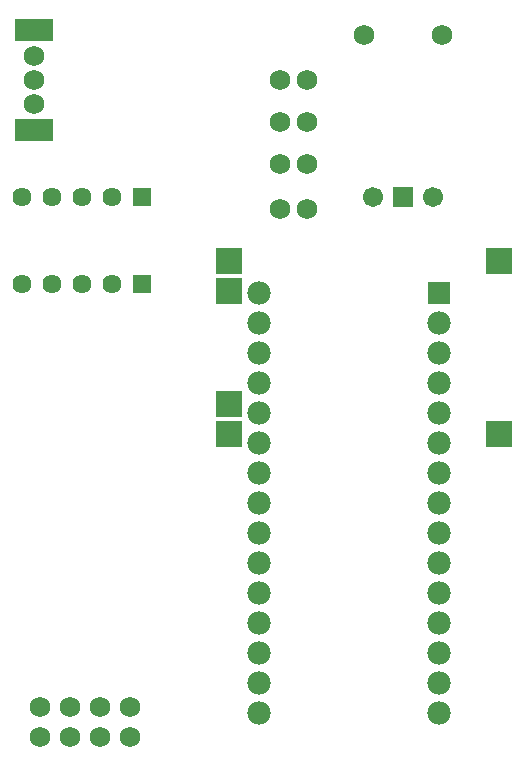
<source format=gbs>
G04 ---------------------------- Layer name :BOTTOM SOLDER LAYER*
G04 EasyEDA v5.6.15, Mon, 30 Jul 2018 20:20:11 GMT*
G04 7679f8372ec74d379c0269816b79f434*
G04 Gerber Generator version 0.2*
G04 Scale: 100 percent, Rotated: No, Reflected: No *
G04 Dimensions in inches *
G04 leading zeros omitted , absolute positions ,2 integer and 4 decimal *
%FSLAX24Y24*%
%MOIN*%
G90*
G70D02*

%ADD27R,0.078000X0.078000*%
%ADD28C,0.078000*%
%ADD29R,0.063700X0.063700*%
%ADD30C,0.063700*%
%ADD31R,0.086740X0.086740*%
%ADD32C,0.067000*%
%ADD33R,0.067000X0.067000*%
%ADD34C,0.068000*%
%ADD35R,0.128000X0.078000*%
%ADD36R,0.008000X0.008000*%

%LPD*%
G54D27*
G01X15800Y17900D03*
G54D28*
G01X15800Y16900D03*
G01X15800Y15900D03*
G01X15800Y14900D03*
G01X15800Y13900D03*
G01X15800Y12900D03*
G01X15800Y11900D03*
G01X15800Y10900D03*
G01X15800Y9900D03*
G01X15800Y8900D03*
G01X15800Y7900D03*
G01X15800Y6900D03*
G01X15800Y5900D03*
G01X15800Y4900D03*
G01X15800Y3900D03*
G01X9800Y17900D03*
G01X9800Y16900D03*
G01X9800Y15900D03*
G01X9800Y14900D03*
G01X9800Y13900D03*
G01X9800Y12900D03*
G01X9800Y11900D03*
G01X9800Y10900D03*
G01X9800Y9900D03*
G01X9800Y8900D03*
G01X9800Y7900D03*
G01X9800Y6900D03*
G01X9800Y5900D03*
G01X9800Y4900D03*
G01X9800Y3900D03*
G54D29*
G01X5900Y21100D03*
G54D30*
G01X4900Y21100D03*
G01X3900Y21100D03*
G01X2900Y21100D03*
G01X1900Y21100D03*
G54D29*
G01X5900Y18200D03*
G54D30*
G01X4900Y18200D03*
G01X3900Y18200D03*
G01X2900Y18200D03*
G01X1900Y18200D03*
G54D31*
G01X17800Y13200D03*
G01X17800Y18948D03*
G01X8800Y17948D03*
G01X8800Y14200D03*
G01X8800Y18948D03*
G01X8800Y13200D03*
G54D32*
G01X13600Y21100D03*
G54D33*
G01X14600Y21100D03*
G54D32*
G01X15600Y21100D03*
G54D34*
G01X2500Y3100D03*
G01X2500Y4100D03*
G01X3500Y3100D03*
G01X3500Y4100D03*
G01X4500Y3100D03*
G01X4500Y4100D03*
G01X5500Y3100D03*
G01X5500Y4100D03*
G01X2300Y24200D03*
G01X2300Y24986D03*
G01X2300Y25775D03*
G54D35*
G01X2300Y26660D03*
G54D36*
G01X2103Y26660D03*
G01X2496Y26660D03*
G54D35*
G01X2300Y23314D03*
G54D36*
G01X2103Y23314D03*
G01X2496Y23314D03*
G54D34*
G01X10500Y20700D03*
G01X11400Y20700D03*
G01X10500Y22200D03*
G01X11400Y22200D03*
G01X10500Y23600D03*
G01X11400Y23600D03*
G01X10500Y25000D03*
G01X11400Y25000D03*
G01X13300Y26500D03*
G01X15900Y26500D03*
M00*
M02*

</source>
